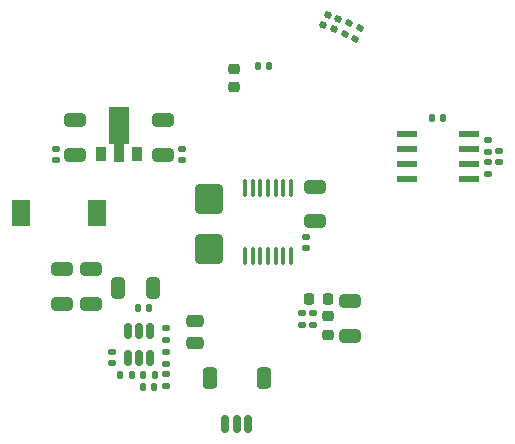
<source format=gbp>
G04 #@! TF.GenerationSoftware,KiCad,Pcbnew,(7.0.0)*
G04 #@! TF.CreationDate,2023-03-23T23:46:18+08:00*
G04 #@! TF.ProjectId,ServoLess,53657276-6f4c-4657-9373-2e6b69636164,rev?*
G04 #@! TF.SameCoordinates,Original*
G04 #@! TF.FileFunction,Paste,Bot*
G04 #@! TF.FilePolarity,Positive*
%FSLAX46Y46*%
G04 Gerber Fmt 4.6, Leading zero omitted, Abs format (unit mm)*
G04 Created by KiCad (PCBNEW (7.0.0)) date 2023-03-23 23:46:18*
%MOMM*%
%LPD*%
G01*
G04 APERTURE LIST*
G04 Aperture macros list*
%AMRoundRect*
0 Rectangle with rounded corners*
0 $1 Rounding radius*
0 $2 $3 $4 $5 $6 $7 $8 $9 X,Y pos of 4 corners*
0 Add a 4 corners polygon primitive as box body*
4,1,4,$2,$3,$4,$5,$6,$7,$8,$9,$2,$3,0*
0 Add four circle primitives for the rounded corners*
1,1,$1+$1,$2,$3*
1,1,$1+$1,$4,$5*
1,1,$1+$1,$6,$7*
1,1,$1+$1,$8,$9*
0 Add four rect primitives between the rounded corners*
20,1,$1+$1,$2,$3,$4,$5,0*
20,1,$1+$1,$4,$5,$6,$7,0*
20,1,$1+$1,$6,$7,$8,$9,0*
20,1,$1+$1,$8,$9,$2,$3,0*%
%AMFreePoly0*
4,1,9,3.862500,-0.866500,0.737500,-0.866500,0.737500,-0.450000,-0.737500,-0.450000,-0.737500,0.450000,0.737500,0.450000,0.737500,0.866500,3.862500,0.866500,3.862500,-0.866500,3.862500,-0.866500,$1*%
G04 Aperture macros list end*
%ADD10RoundRect,0.100000X-0.100000X0.637500X-0.100000X-0.637500X0.100000X-0.637500X0.100000X0.637500X0*%
%ADD11RoundRect,0.218750X0.218750X0.256250X-0.218750X0.256250X-0.218750X-0.256250X0.218750X-0.256250X0*%
%ADD12RoundRect,0.140000X-0.170000X0.140000X-0.170000X-0.140000X0.170000X-0.140000X0.170000X0.140000X0*%
%ADD13RoundRect,0.250000X-0.650000X0.325000X-0.650000X-0.325000X0.650000X-0.325000X0.650000X0.325000X0*%
%ADD14RoundRect,0.135000X0.185000X-0.135000X0.185000X0.135000X-0.185000X0.135000X-0.185000X-0.135000X0*%
%ADD15RoundRect,0.140000X0.170000X-0.140000X0.170000X0.140000X-0.170000X0.140000X-0.170000X-0.140000X0*%
%ADD16RoundRect,0.225000X-0.250000X0.225000X-0.250000X-0.225000X0.250000X-0.225000X0.250000X0.225000X0*%
%ADD17RoundRect,0.225000X0.250000X-0.225000X0.250000X0.225000X-0.250000X0.225000X-0.250000X-0.225000X0*%
%ADD18RoundRect,0.250000X0.325000X0.650000X-0.325000X0.650000X-0.325000X-0.650000X0.325000X-0.650000X0*%
%ADD19RoundRect,0.150000X-0.150000X-0.625000X0.150000X-0.625000X0.150000X0.625000X-0.150000X0.625000X0*%
%ADD20RoundRect,0.250000X-0.350000X-0.650000X0.350000X-0.650000X0.350000X0.650000X-0.350000X0.650000X0*%
%ADD21RoundRect,0.140000X0.140000X0.170000X-0.140000X0.170000X-0.140000X-0.170000X0.140000X-0.170000X0*%
%ADD22RoundRect,0.250000X-0.900000X1.000000X-0.900000X-1.000000X0.900000X-1.000000X0.900000X1.000000X0*%
%ADD23RoundRect,0.250000X0.475000X-0.250000X0.475000X0.250000X-0.475000X0.250000X-0.475000X-0.250000X0*%
%ADD24RoundRect,0.135000X0.119255X-0.195520X0.222580X0.053927X-0.119255X0.195520X-0.222580X-0.053927X0*%
%ADD25RoundRect,0.140000X-0.140000X-0.170000X0.140000X-0.170000X0.140000X0.170000X-0.140000X0.170000X0*%
%ADD26RoundRect,0.135000X-0.135000X-0.185000X0.135000X-0.185000X0.135000X0.185000X-0.135000X0.185000X0*%
%ADD27R,1.690599X0.532600*%
%ADD28R,1.500000X2.200000*%
%ADD29RoundRect,0.135000X-0.185000X0.135000X-0.185000X-0.135000X0.185000X-0.135000X0.185000X0.135000X0*%
%ADD30RoundRect,0.140000X0.103484X-0.194399X0.210635X0.064287X-0.103484X0.194399X-0.210635X-0.064287X0*%
%ADD31R,0.900000X1.300000*%
%ADD32FreePoly0,90.000000*%
%ADD33RoundRect,0.250000X0.650000X-0.325000X0.650000X0.325000X-0.650000X0.325000X-0.650000X-0.325000X0*%
%ADD34RoundRect,0.150000X-0.150000X0.512500X-0.150000X-0.512500X0.150000X-0.512500X0.150000X0.512500X0*%
G04 APERTURE END LIST*
D10*
X138250000Y-87437500D03*
X138900000Y-87437500D03*
X139550000Y-87437500D03*
X140200000Y-87437500D03*
X140850000Y-87437500D03*
X141500000Y-87437500D03*
X142150000Y-87437500D03*
X142150000Y-93162500D03*
X141500000Y-93162500D03*
X140850000Y-93162500D03*
X140200000Y-93162500D03*
X139550000Y-93162500D03*
X138900000Y-93162500D03*
X138250000Y-93162500D03*
D11*
X145287500Y-96825000D03*
X143712500Y-96825000D03*
D12*
X144050000Y-98045000D03*
X144050000Y-99005000D03*
D13*
X125200000Y-94325000D03*
X125200000Y-97275000D03*
D12*
X143450000Y-91570000D03*
X143450000Y-92530000D03*
X143100000Y-98045000D03*
X143100000Y-99005000D03*
D14*
X158800000Y-86260000D03*
X158800000Y-85240000D03*
D15*
X122250000Y-85080000D03*
X122250000Y-84120000D03*
D16*
X145250000Y-98300000D03*
X145250000Y-99850000D03*
D17*
X137300000Y-78925000D03*
X137300000Y-77375000D03*
D18*
X130475000Y-95900000D03*
X127525000Y-95900000D03*
D13*
X147150000Y-97050000D03*
X147150000Y-100000000D03*
D19*
X136550000Y-107450000D03*
X137550000Y-107450000D03*
X138550000Y-107450000D03*
D20*
X135250000Y-103575000D03*
X139850000Y-103575000D03*
D13*
X122800000Y-94325000D03*
X122800000Y-97275000D03*
D21*
X140280000Y-77075000D03*
X139320000Y-77075000D03*
D22*
X135200000Y-88350000D03*
X135200000Y-92650000D03*
D23*
X134050000Y-100600000D03*
X134050000Y-98700000D03*
D13*
X131300000Y-81725000D03*
X131300000Y-84675000D03*
D24*
X147579831Y-74821179D03*
X147970169Y-73878821D03*
D25*
X129620000Y-104300000D03*
X130580000Y-104300000D03*
D26*
X127690000Y-103300000D03*
X128710000Y-103300000D03*
D27*
X151996499Y-86654999D03*
X151996499Y-85384999D03*
X151996499Y-84114999D03*
X151996499Y-82844999D03*
X157203499Y-82844999D03*
X157203499Y-84114999D03*
X157203499Y-85384999D03*
X157203499Y-86654999D03*
D13*
X144150000Y-87325000D03*
X144150000Y-90275000D03*
D15*
X159750000Y-85280000D03*
X159750000Y-84320000D03*
D25*
X154070000Y-81500000D03*
X155030000Y-81500000D03*
D28*
X125699999Y-89599999D03*
X119299999Y-89599999D03*
D14*
X158800000Y-84360000D03*
X158800000Y-83340000D03*
D12*
X132950000Y-84120000D03*
X132950000Y-85080000D03*
D29*
X131600000Y-101290000D03*
X131600000Y-102310000D03*
D24*
X146679831Y-74421179D03*
X147070169Y-73478821D03*
D21*
X130130000Y-97600000D03*
X129170000Y-97600000D03*
D30*
X145791312Y-73993462D03*
X146158688Y-73106538D03*
X144891312Y-73643462D03*
X145258688Y-72756538D03*
D26*
X129590000Y-103300000D03*
X130610000Y-103300000D03*
D29*
X131600000Y-103190000D03*
X131600000Y-104210000D03*
D31*
X129099999Y-84599999D03*
D32*
X127600000Y-84512500D03*
D31*
X126099999Y-84599999D03*
D15*
X127000000Y-102280000D03*
X127000000Y-101320000D03*
D29*
X131600000Y-99290000D03*
X131600000Y-100310000D03*
D33*
X123900000Y-84675000D03*
X123900000Y-81725000D03*
D34*
X128350000Y-99562500D03*
X129300000Y-99562500D03*
X130250000Y-99562500D03*
X130250000Y-101837500D03*
X129300000Y-101837500D03*
X128350000Y-101837500D03*
M02*

</source>
